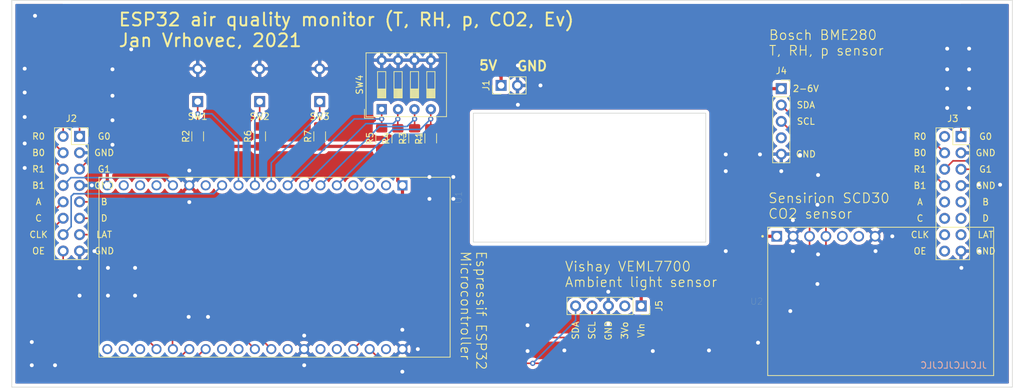
<source format=kicad_pcb>
(kicad_pcb (version 20171130) (host pcbnew 5.1.9)
  (title_block (title "ESP32 air monitor") (date 2020-12-26) (rev 0.1) (comment 1 "Author: Jan Vrhovec"))
  (layers (0 F.Cu signal) (31 B.Cu signal) (34 B.Paste user) (35 F.Paste user) (36 B.SilkS user) (37 F.SilkS user) (38 B.Mask user) (39 F.Mask user) (44 Edge.Cuts user))
  (net 0 "")
  (net 1 GND)
  (net 2 /R1)
  (net 3 /G1)
  (net 4 /B0)
  (net 5 /G0)
  (net 6 /SCL)
  (net 7 /SDA)
  (net 8 +5V)
  (net 9 /OE)
  (net 10 /SCLK)
  (net 11 /LATCH)
  (net 12 /LINE_C)
  (net 13 /LINE_D)
  (net 14 /LINE_A)
  (net 15 /LINE_B)
  (net 16 /MOSI)
  (net 17 +3V3)
  (net 18 /R0)
  (net 19 /DIP_4)
  (net 20 /BUT_1)
  (net 21 /DIP_3)
  (net 22 /DIP_2)
  (net 23 /DIP_1)
  (net 24 /BUT_2)
  (net 25 /BUT_3)
  (module Connector_PinHeader_2.54mm:PinHeader_1x02_P2.54mm_Vertical (layer F.Cu) (at 143.9 85.5 90)
    (fp_text reference J1 (at 0 -2.33 90) (layer F.SilkS))
    (fp_text value Conn_01x02_Male)
    (fp_line (start -1.33 -1.33) (end 0 -1.33) (layer F.SilkS) (width 0.12))
    (fp_line (start -1.33 0) (end -1.33 -1.33) (layer F.SilkS) (width 0.12))
    (fp_line (start -1.33 1.27) (end 1.33 1.27) (layer F.SilkS) (width 0.12))
    (fp_line (start 1.33 1.27) (end 1.33 3.87) (layer F.SilkS) (width 0.12))
    (fp_line (start -1.33 1.27) (end -1.33 3.87) (layer F.SilkS) (width 0.12))
    (fp_line (start -1.33 3.87) (end 1.33 3.87) (layer F.SilkS) (width 0.12))
    (pad 2 thru_hole oval (at 0 2.54 90) (size 1.7 1.7) (drill 1) (layers *.Cu *.Mask) (net 1 GND))
    (pad 1 thru_hole rect (at 0 0 90) (size 1.7 1.7) (drill 1) (layers *.Cu *.Mask) (net 8 +5V))
  )
  (module esp32_air_monitor:Connector_Adafruit_VEML7700 (layer F.Cu) (at 165.6 119.7 270)
    (fp_text reference J5 (at 0 -2.77 90) (layer F.SilkS))
    (fp_text value Connector_Adafruit_VEML7700)
    (fp_line (start -1.33 1.27) (end 1.33 1.27) (layer F.SilkS) (width 0.12))
    (fp_line (start -1.33 1.27) (end -1.33 11.49) (layer F.SilkS) (width 0.12))
    (fp_line (start -1.33 11.49) (end 1.33 11.49) (layer F.SilkS) (width 0.12))
    (fp_line (start 1.33 1.27) (end 1.33 11.49) (layer F.SilkS) (width 0.12))
    (fp_line (start 1.33 -1.33) (end 1.33 0) (layer F.SilkS) (width 0.12))
    (fp_line (start 0 -1.33) (end 1.33 -1.33) (layer F.SilkS) (width 0.12))
    (fp_text user SCL (at 3.81 7.62 90) (layer F.SilkS))
    (fp_text user SDA (at 3.81 10.16 90) (layer F.SilkS))
    (fp_text user GND (at 3.81 5.08 90) (layer F.SilkS))
    (fp_text user 3Vo (at 3.81 2.54 90) (layer F.SilkS))
    (fp_text user Vin (at 3.81 0 90) (layer F.SilkS))
    (pad 5 thru_hole oval (at 0 10.16 270) (size 1.7 1.7) (drill 1) (layers *.Cu *.Mask) (net 7 /SDA))
    (pad 4 thru_hole oval (at 0 7.62 270) (size 1.7 1.7) (drill 1) (layers *.Cu *.Mask) (net 6 /SCL))
    (pad 3 thru_hole oval (at 0 5.08 270) (size 1.7 1.7) (drill 1) (layers *.Cu *.Mask) (net 1 GND))
    (pad 2 thru_hole oval (at 0 2.54 270) (size 1.7 1.7) (drill 1) (layers *.Cu *.Mask))
    (pad 1 thru_hole rect (at 0 0 270) (size 1.7 1.7) (drill 1) (layers *.Cu *.Mask) (net 17 +3V3))
  )
  (module esp32_air_monitor:Connector_LED_matrix_64x32 (layer F.Cu) (at 215.14 93.42)
    (fp_text reference J3 (at -1.27 -2.77) (layer F.SilkS))
    (fp_text value Connector_LED_matrix_64x32)
    (fp_line (start 0 -1.33) (end 1.33 -1.33) (layer F.SilkS) (width 0.12))
    (fp_line (start 1.33 -1.33) (end 1.33 0) (layer F.SilkS) (width 0.12))
    (fp_line (start -1.27 -1.33) (end -1.27 1.27) (layer F.SilkS) (width 0.12))
    (fp_line (start -1.27 1.27) (end 1.33 1.27) (layer F.SilkS) (width 0.12))
    (fp_line (start 1.33 1.27) (end 1.33 19.11) (layer F.SilkS) (width 0.12))
    (fp_line (start -3.87 19.11) (end 1.33 19.11) (layer F.SilkS) (width 0.12))
    (fp_line (start -3.87 -1.33) (end -3.87 19.11) (layer F.SilkS) (width 0.12))
    (fp_line (start -3.87 -1.33) (end -1.27 -1.33) (layer F.SilkS) (width 0.12))
    (fp_text user G0 (at 3.81 0) (layer F.SilkS))
    (fp_text user GND (at 3.81 2.54) (layer F.SilkS))
    (fp_text user G1 (at 3.81 5.08) (layer F.SilkS))
    (fp_text user GND (at 3.81 7.62) (layer F.SilkS))
    (fp_text user B (at 3.81 10.16) (layer F.SilkS))
    (fp_text user D (at 3.81 12.7) (layer F.SilkS))
    (fp_text user LAT (at 3.81 15.24) (layer F.SilkS))
    (fp_text user GND (at 3.81 17.78) (layer F.SilkS))
    (fp_text user OE (at -6.35 17.78) (layer F.SilkS))
    (fp_text user CLK (at -6.35 15.24) (layer F.SilkS))
    (fp_text user C (at -6.35 12.7) (layer F.SilkS))
    (fp_text user A (at -6.35 10.16) (layer F.SilkS))
    (fp_text user B1 (at -6.35 7.62) (layer F.SilkS))
    (fp_text user R1 (at -6.35 5.08) (layer F.SilkS))
    (fp_text user B0 (at -6.35 2.54) (layer F.SilkS))
    (fp_text user R0 (at -6.35 0) (layer F.SilkS))
    (pad 16 thru_hole oval (at -2.54 17.78) (size 1.7 1.7) (drill 1) (layers *.Cu *.Mask))
    (pad 15 thru_hole oval (at 0 17.78) (size 1.7 1.7) (drill 1) (layers *.Cu *.Mask) (net 1 GND))
    (pad 14 thru_hole oval (at -2.54 15.24) (size 1.7 1.7) (drill 1) (layers *.Cu *.Mask))
    (pad 13 thru_hole oval (at 0 15.24) (size 1.7 1.7) (drill 1) (layers *.Cu *.Mask))
    (pad 12 thru_hole oval (at -2.54 12.7) (size 1.7 1.7) (drill 1) (layers *.Cu *.Mask))
    (pad 11 thru_hole oval (at 0 12.7) (size 1.7 1.7) (drill 1) (layers *.Cu *.Mask))
    (pad 10 thru_hole oval (at -2.54 10.16) (size 1.7 1.7) (drill 1) (layers *.Cu *.Mask))
    (pad 9 thru_hole oval (at 0 10.16) (size 1.7 1.7) (drill 1) (layers *.Cu *.Mask))
    (pad 8 thru_hole oval (at -2.54 7.62) (size 1.7 1.7) (drill 1) (layers *.Cu *.Mask) (net 3 /G1))
    (pad 7 thru_hole oval (at 0 7.62) (size 1.7 1.7) (drill 1) (layers *.Cu *.Mask) (net 1 GND))
    (pad 6 thru_hole oval (at -2.54 5.08) (size 1.7 1.7) (drill 1) (layers *.Cu *.Mask) (net 4 /B0))
    (pad 5 thru_hole oval (at 0 5.08) (size 1.7 1.7) (drill 1) (layers *.Cu *.Mask) (net 2 /R1))
    (pad 4 thru_hole oval (at -2.54 2.54) (size 1.7 1.7) (drill 1) (layers *.Cu *.Mask) (net 5 /G0))
    (pad 3 thru_hole oval (at 0 2.54) (size 1.7 1.7) (drill 1) (layers *.Cu *.Mask) (net 1 GND))
    (pad 2 thru_hole oval (at -2.54 0) (size 1.7 1.7) (drill 1) (layers *.Cu *.Mask))
    (pad 1 thru_hole rect (at 0 0) (size 1.7 1.7) (drill 1) (layers *.Cu *.Mask) (net 18 /R0))
  )
  (module esp32_air_monitor:Connector_LED_matrix_64x32 (layer F.Cu) (at 78.6 93.4)
    (fp_text reference J2 (at -1.27 -2.77) (layer F.SilkS))
    (fp_text value Connector_LED_matrix_64x32)
    (fp_line (start 0 -1.33) (end 1.33 -1.33) (layer F.SilkS) (width 0.12))
    (fp_line (start 1.33 -1.33) (end 1.33 0) (layer F.SilkS) (width 0.12))
    (fp_line (start -1.27 -1.33) (end -1.27 1.27) (layer F.SilkS) (width 0.12))
    (fp_line (start -1.27 1.27) (end 1.33 1.27) (layer F.SilkS) (width 0.12))
    (fp_line (start 1.33 1.27) (end 1.33 19.11) (layer F.SilkS) (width 0.12))
    (fp_line (start -3.87 19.11) (end 1.33 19.11) (layer F.SilkS) (width 0.12))
    (fp_line (start -3.87 -1.33) (end -3.87 19.11) (layer F.SilkS) (width 0.12))
    (fp_line (start -3.87 -1.33) (end -1.27 -1.33) (layer F.SilkS) (width 0.12))
    (fp_text user G0 (at 3.81 0) (layer F.SilkS))
    (fp_text user GND (at 3.81 2.54) (layer F.SilkS))
    (fp_text user G1 (at 3.81 5.08) (layer F.SilkS))
    (fp_text user GND (at 3.81 7.62) (layer F.SilkS))
    (fp_text user B (at 3.81 10.16) (layer F.SilkS))
    (fp_text user D (at 3.81 12.7) (layer F.SilkS))
    (fp_text user LAT (at 3.81 15.24) (layer F.SilkS))
    (fp_text user GND (at 3.81 17.78) (layer F.SilkS))
    (fp_text user OE (at -6.35 17.78) (layer F.SilkS))
    (fp_text user CLK (at -6.35 15.24) (layer F.SilkS))
    (fp_text user C (at -6.35 12.7) (layer F.SilkS))
    (fp_text user A (at -6.35 10.16) (layer F.SilkS))
    (fp_text user B1 (at -6.35 7.62) (layer F.SilkS))
    (fp_text user R1 (at -6.35 5.08) (layer F.SilkS))
    (fp_text user B0 (at -6.35 2.54) (layer F.SilkS))
    (fp_text user R0 (at -6.35 0) (layer F.SilkS))
    (pad 16 thru_hole oval (at -2.54 17.78) (size 1.7 1.7) (drill 1) (layers *.Cu *.Mask) (net 9 /OE))
    (pad 15 thru_hole oval (at 0 17.78) (size 1.7 1.7) (drill 1) (layers *.Cu *.Mask) (net 1 GND))
    (pad 14 thru_hole oval (at -2.54 15.24) (size 1.7 1.7) (drill 1) (layers *.Cu *.Mask) (net 10 /SCLK))
    (pad 13 thru_hole oval (at 0 15.24) (size 1.7 1.7) (drill 1) (layers *.Cu *.Mask) (net 11 /LATCH))
    (pad 12 thru_hole oval (at -2.54 12.7) (size 1.7 1.7) (drill 1) (layers *.Cu *.Mask) (net 12 /LINE_C))
    (pad 11 thru_hole oval (at 0 12.7) (size 1.7 1.7) (drill 1) (layers *.Cu *.Mask) (net 13 /LINE_D))
    (pad 10 thru_hole oval (at -2.54 10.16) (size 1.7 1.7) (drill 1) (layers *.Cu *.Mask) (net 14 /LINE_A))
    (pad 9 thru_hole oval (at 0 10.16) (size 1.7 1.7) (drill 1) (layers *.Cu *.Mask) (net 15 /LINE_B))
    (pad 8 thru_hole oval (at -2.54 7.62) (size 1.7 1.7) (drill 1) (layers *.Cu *.Mask) (net 16 /MOSI))
    (pad 7 thru_hole oval (at 0 7.62) (size 1.7 1.7) (drill 1) (layers *.Cu *.Mask) (net 1 GND))
    (pad 6 thru_hole oval (at -2.54 5.08) (size 1.7 1.7) (drill 1) (layers *.Cu *.Mask) (net 2 /R1))
    (pad 5 thru_hole oval (at 0 5.08) (size 1.7 1.7) (drill 1) (layers *.Cu *.Mask) (net 3 /G1))
    (pad 4 thru_hole oval (at -2.54 2.54) (size 1.7 1.7) (drill 1) (layers *.Cu *.Mask) (net 4 /B0))
    (pad 3 thru_hole oval (at 0 2.54) (size 1.7 1.7) (drill 1) (layers *.Cu *.Mask) (net 1 GND))
    (pad 2 thru_hole oval (at -2.54 0) (size 1.7 1.7) (drill 1) (layers *.Cu *.Mask) (net 18 /R0))
    (pad 1 thru_hole rect (at 0 0) (size 1.7 1.7) (drill 1) (layers *.Cu *.Mask) (net 5 /G0))
  )
  (module esp32_air_monitor:MODULE_SCD30 (layer F.Cu) (at 202.7 119)
    (fp_text reference U2 (at -19.2 0) (layer F.SilkS) (effects (font (thickness 0.015))))
    (fp_text value SCD30)
    (fp_line (start -17.5 -11.5) (end 17.5 -11.5) (layer F.SilkS) (width 0.127))
    (fp_line (start 17.5 -11.5) (end 17.5 11.5) (layer F.SilkS) (width 0.127))
    (fp_line (start -17.5 11.5) (end -17.5 -11.5) (layer F.SilkS) (width 0.127))
    (fp_line (start 17.5 11.5) (end -17.5 11.5) (layer F.SilkS) (width 0.127))
    (fp_circle (center -18.3 -10.1) (end -18.2 -10.1) (layer F.SilkS) (width 0.2))
    (pad 1 thru_hole rect (at -16.1 -10.1) (size 1.65 1.65) (drill 1.1) (layers *.Cu *.Mask) (net 17 +3V3))
    (pad 2 thru_hole circle (at -13.56 -10.1) (size 1.65 1.65) (drill 1.1) (layers *.Cu *.Mask) (net 1 GND))
    (pad 3 thru_hole circle (at -11.02 -10.1) (size 1.65 1.65) (drill 1.1) (layers *.Cu *.Mask) (net 6 /SCL))
    (pad 4 thru_hole circle (at -8.48 -10.1) (size 1.65 1.65) (drill 1.1) (layers *.Cu *.Mask) (net 7 /SDA))
    (pad 5 thru_hole circle (at -5.94 -10.1) (size 1.65 1.65) (drill 1.1) (layers *.Cu *.Mask))
    (pad 6 thru_hole circle (at -3.4 -10.1) (size 1.65 1.65) (drill 1.1) (layers *.Cu *.Mask))
    (pad 7 thru_hole circle (at -0.86 -10.1) (size 1.65 1.65) (drill 1.1) (layers *.Cu *.Mask) (net 1 GND))
  )
  (module esp32_air_monitor:Connector_Pimoroni_BME280 (layer F.Cu) (at 187.3 86)
    (fp_text reference J4 (at 0 -2.77) (layer F.SilkS))
    (fp_text value Connector_Pimoroni_BME280)
    (fp_line (start -1.33 1.27) (end 1.33 1.27) (layer F.SilkS) (width 0.12))
    (fp_line (start -1.33 1.27) (end -1.33 11.49) (layer F.SilkS) (width 0.12))
    (fp_line (start -1.33 11.49) (end 1.33 11.49) (layer F.SilkS) (width 0.12))
    (fp_line (start 1.33 1.27) (end 1.33 11.49) (layer F.SilkS) (width 0.12))
    (fp_line (start 1.33 -1.33) (end 1.33 0) (layer F.SilkS) (width 0.12))
    (fp_line (start 0 -1.33) (end 1.33 -1.33) (layer F.SilkS) (width 0.12))
    (fp_text user GND (at 3.81 10.16) (layer F.SilkS))
    (fp_text user SCL (at 3.81 5.08) (layer F.SilkS))
    (fp_text user SDA (at 3.81 2.54) (layer F.SilkS))
    (fp_text user 2-6V (at 3.81 0) (layer F.SilkS))
    (pad 5 thru_hole oval (at 0 10.16) (size 1.7 1.7) (drill 1) (layers *.Cu *.Mask) (net 1 GND))
    (pad 4 thru_hole oval (at 0 7.62) (size 1.7 1.7) (drill 1) (layers *.Cu *.Mask))
    (pad 3 thru_hole oval (at 0 5.08) (size 1.7 1.7) (drill 1) (layers *.Cu *.Mask) (net 6 /SCL))
    (pad 2 thru_hole oval (at 0 2.54) (size 1.7 1.7) (drill 1) (layers *.Cu *.Mask) (net 7 /SDA))
    (pad 1 thru_hole rect (at 0 0) (size 1.7 1.7) (drill 1) (layers *.Cu *.Mask) (net 17 +3V3))
  )
  (module esp32_air_monitor:MODULE_ESP32-DEVKITC-32D (layer F.Cu) (at 108.86 113.7 270)
    (fp_text reference U1 (at -10.829175 -28.446045 90) (layer F.SilkS) (effects (font (size 1.000386 1.000386) (thickness 0.015))))
    (fp_text value ESP32-DEVKITC-32D)
    (fp_line (start -13.95 27.25) (end -13.95 -27.15) (layer F.SilkS) (width 0.127))
    (fp_line (start -13.95 -27.15) (end 13.95 -27.15) (layer F.SilkS) (width 0.127))
    (fp_line (start 13.95 -27.15) (end 13.95 27.25) (layer F.SilkS) (width 0.127))
    (fp_line (start 13.95 27.25) (end -13.95 27.25) (layer F.SilkS) (width 0.127))
    (pad 1 thru_hole rect (at -12.7 -19.76 270) (size 1.56 1.56) (drill 1.04) (layers *.Cu *.Mask) (net 17 +3V3))
    (pad 2 thru_hole circle (at -12.7 -17.22 270) (size 1.56 1.56) (drill 1.04) (layers *.Cu *.Mask))
    (pad 19 thru_hole circle (at -12.7 25.96 270) (size 1.56 1.56) (drill 1.04) (layers *.Cu *.Mask) (net 8 +5V))
    (pad 3 thru_hole circle (at -12.7 -14.68 270) (size 1.56 1.56) (drill 1.04) (layers *.Cu *.Mask))
    (pad 4 thru_hole circle (at -12.7 -12.14 270) (size 1.56 1.56) (drill 1.04) (layers *.Cu *.Mask))
    (pad 5 thru_hole circle (at -12.7 -9.6 270) (size 1.56 1.56) (drill 1.04) (layers *.Cu *.Mask) (net 19 /DIP_4))
    (pad 6 thru_hole circle (at -12.7 -7.06 270) (size 1.56 1.56) (drill 1.04) (layers *.Cu *.Mask) (net 21 /DIP_3))
    (pad 7 thru_hole circle (at -12.7 -4.52 270) (size 1.56 1.56) (drill 1.04) (layers *.Cu *.Mask) (net 22 /DIP_2))
    (pad 8 thru_hole circle (at -12.7 -1.98 270) (size 1.56 1.56) (drill 1.04) (layers *.Cu *.Mask) (net 23 /DIP_1))
    (pad 9 thru_hole circle (at -12.7 0.56 270) (size 1.56 1.56) (drill 1.04) (layers *.Cu *.Mask) (net 25 /BUT_3))
    (pad 10 thru_hole circle (at -12.7 3.1 270) (size 1.56 1.56) (drill 1.04) (layers *.Cu *.Mask) (net 24 /BUT_2))
    (pad 11 thru_hole circle (at -12.7 5.64 270) (size 1.56 1.56) (drill 1.04) (layers *.Cu *.Mask) (net 20 /BUT_1))
    (pad 12 thru_hole circle (at -12.7 8.18 270) (size 1.56 1.56) (drill 1.04) (layers *.Cu *.Mask) (net 10 /SCLK))
    (pad 13 thru_hole circle (at -12.7 10.72 270) (size 1.56 1.56) (drill 1.04) (layers *.Cu *.Mask))
    (pad 14 thru_hole circle (at -12.7 13.26 270) (size 1.56 1.56) (drill 1.04) (layers *.Cu *.Mask) (net 1 GND))
    (pad 15 thru_hole circle (at -12.7 15.8 270) (size 1.56 1.56) (drill 1.04) (layers *.Cu *.Mask) (net 16 /MOSI))
    (pad 16 thru_hole circle (at -12.7 18.34 270) (size 1.56 1.56) (drill 1.04) (layers *.Cu *.Mask))
    (pad 17 thru_hole circle (at -12.7 20.88 270) (size 1.56 1.56) (drill 1.04) (layers *.Cu *.Mask))
    (pad 18 thru_hole circle (at -12.7 23.42 270) (size 1.56 1.56) (drill 1.04) (layers *.Cu *.Mask))
    (pad 20 thru_hole circle (at 12.7 -19.76 270) (size 1.56 1.56) (drill 1.04) (layers *.Cu *.Mask) (net 1 GND))
    (pad 21 thru_hole circle (at 12.7 -17.22 270) (size 1.56 1.56) (drill 1.04) (layers *.Cu *.Mask))
    (pad 22 thru_hole circle (at 12.7 -14.68 270) (size 1.56 1.56) (drill 1.04) (layers *.Cu *.Mask) (net 7 /SDA))
    (pad 23 thru_hole circle (at 12.7 -12.14 270) (size 1.56 1.56) (drill 1.04) (layers *.Cu *.Mask) (net 6 /SCL))
    (pad 24 thru_hole circle (at 12.7 -9.6 270) (size 1.56 1.56) (drill 1.04) (layers *.Cu *.Mask))
    (pad 25 thru_hole circle (at 12.7 -7.06 270) (size 1.56 1.56) (drill 1.04) (layers *.Cu *.Mask))
    (pad 26 thru_hole circle (at 12.7 -4.52 270) (size 1.56 1.56) (drill 1.04) (layers *.Cu *.Mask) (net 1 GND))
    (pad 27 thru_hole circle (at 12.7 -1.98 270) (size 1.56 1.56) (drill 1.04) (layers *.Cu *.Mask))
    (pad 28 thru_hole circle (at 12.7 0.56 270) (size 1.56 1.56) (drill 1.04) (layers *.Cu *.Mask) (net 15 /LINE_B))
    (pad 29 thru_hole circle (at 12.7 3.1 270) (size 1.56 1.56) (drill 1.04) (layers *.Cu *.Mask) (net 13 /LINE_D))
    (pad 30 thru_hole circle (at 12.7 5.64 270) (size 1.56 1.56) (drill 1.04) (layers *.Cu *.Mask))
    (pad 31 thru_hole circle (at 12.7 8.18 270) (size 1.56 1.56) (drill 1.04) (layers *.Cu *.Mask))
    (pad 32 thru_hole circle (at 12.7 10.72 270) (size 1.56 1.56) (drill 1.04) (layers *.Cu *.Mask) (net 14 /LINE_A))
    (pad 33 thru_hole circle (at 12.7 13.26 270) (size 1.56 1.56) (drill 1.04) (layers *.Cu *.Mask) (net 12 /LINE_C))
    (pad 34 thru_hole circle (at 12.7 15.8 270) (size 1.56 1.56) (drill 1.04) (layers *.Cu *.Mask) (net 11 /LATCH))
    (pad 35 thru_hole circle (at 12.7 18.34 270) (size 1.56 1.56) (drill 1.04) (layers *.Cu *.Mask) (net 9 /OE))
    (pad 36 thru_hole circle (at 12.7 20.88 270) (size 1.56 1.56) (drill 1.04) (layers *.Cu *.Mask))
    (pad 37 thru_hole circle (at 12.7 23.42 270) (size 1.56 1.56) (drill 1.04) (layers *.Cu *.Mask))
    (pad 38 thru_hole circle (at 12.7 25.96 270) (size 1.56 1.56) (drill 1.04) (layers *.Cu *.Mask))
  )
  (module Resistor_SMD:R_1206_3216Metric_Pad1.30x1.75mm_HandSolder (layer F.Cu) (at 133 93.7 90)
    (fp_text reference R1 (at 0 -1.82 90) (layer F.SilkS))
    (fp_text value 10k)
    (fp_line (start -0.727064 0.91) (end 0.727064 0.91) (layer F.SilkS) (width 0.12))
    (fp_line (start -0.727064 -0.91) (end 0.727064 -0.91) (layer F.SilkS) (width 0.12))
    (pad 2 smd roundrect (at 1.55 0 90) (size 1.3 1.75) (layers F.Cu F.Paste F.Mask) (roundrect_rratio 0.192308) (net 19 /DIP_4))
    (pad 1 smd roundrect (at -1.55 0 90) (size 1.3 1.75) (layers F.Cu F.Paste F.Mask) (roundrect_rratio 0.192308) (net 17 +3V3))
  )
  (module Resistor_SMD:R_1206_3216Metric_Pad1.30x1.75mm_HandSolder (layer F.Cu) (at 130.5 93.7 90)
    (fp_text reference R3 (at 0 -1.82 90) (layer F.SilkS))
    (fp_text value 10k)
    (fp_line (start -0.727064 0.91) (end 0.727064 0.91) (layer F.SilkS) (width 0.12))
    (fp_line (start -0.727064 -0.91) (end 0.727064 -0.91) (layer F.SilkS) (width 0.12))
    (pad 2 smd roundrect (at 1.55 0 90) (size 1.3 1.75) (layers F.Cu F.Paste F.Mask) (roundrect_rratio 0.192308) (net 21 /DIP_3))
    (pad 1 smd roundrect (at -1.55 0 90) (size 1.3 1.75) (layers F.Cu F.Paste F.Mask) (roundrect_rratio 0.192308) (net 17 +3V3))
  )
  (module Resistor_SMD:R_1206_3216Metric_Pad1.30x1.75mm_HandSolder (layer F.Cu) (at 127.9 93.7 90)
    (fp_text reference R4 (at 0 -1.82 90) (layer F.SilkS))
    (fp_text value 10k)
    (fp_line (start -0.727064 0.91) (end 0.727064 0.91) (layer F.SilkS) (width 0.12))
    (fp_line (start -0.727064 -0.91) (end 0.727064 -0.91) (layer F.SilkS) (width 0.12))
    (pad 2 smd roundrect (at 1.55 0 90) (size 1.3 1.75) (layers F.Cu F.Paste F.Mask) (roundrect_rratio 0.192308) (net 22 /DIP_2))
    (pad 1 smd roundrect (at -1.55 0 90) (size 1.3 1.75) (layers F.Cu F.Paste F.Mask) (roundrect_rratio 0.192308) (net 17 +3V3))
  )
  (module Resistor_SMD:R_1206_3216Metric_Pad1.30x1.75mm_HandSolder (layer F.Cu) (at 125.4 93.7 90)
    (fp_text reference R5 (at 0 -1.82 90) (layer F.SilkS))
    (fp_text value 10k)
    (fp_line (start -0.727064 0.91) (end 0.727064 0.91) (layer F.SilkS) (width 0.12))
    (fp_line (start -0.727064 -0.91) (end 0.727064 -0.91) (layer F.SilkS) (width 0.12))
    (pad 2 smd roundrect (at 1.55 0 90) (size 1.3 1.75) (layers F.Cu F.Paste F.Mask) (roundrect_rratio 0.192308) (net 23 /DIP_1))
    (pad 1 smd roundrect (at -1.55 0 90) (size 1.3 1.75) (layers F.Cu F.Paste F.Mask) (roundrect_rratio 0.192308) (net 17 +3V3))
  )
  (module Resistor_SMD:R_1206_3216Metric_Pad1.30x1.75mm_HandSolder (layer F.Cu) (at 106.5 93.4 90)
    (fp_text reference R6 (at 0 -1.82 90) (layer F.SilkS))
    (fp_text value 10k)
    (fp_line (start -0.727064 0.91) (end 0.727064 0.91) (layer F.SilkS) (width 0.12))
    (fp_line (start -0.727064 -0.91) (end 0.727064 -0.91) (layer F.SilkS) (width 0.12))
    (pad 2 smd roundrect (at 1.55 0 90) (size 1.3 1.75) (layers F.Cu F.Paste F.Mask) (roundrect_rratio 0.192308) (net 24 /BUT_2))
    (pad 1 smd roundrect (at -1.55 0 90) (size 1.3 1.75) (layers F.Cu F.Paste F.Mask) (roundrect_rratio 0.192308) (net 17 +3V3))
  )
  (module Resistor_SMD:R_1206_3216Metric_Pad1.30x1.75mm_HandSolder (layer F.Cu) (at 115.8 93.4 90)
    (fp_text reference R7 (at 0 -1.82 90) (layer F.SilkS))
    (fp_text value 10k)
    (fp_line (start -0.727064 0.91) (end 0.727064 0.91) (layer F.SilkS) (width 0.12))
    (fp_line (start -0.727064 -0.91) (end 0.727064 -0.91) (layer F.SilkS) (width 0.12))
    (pad 2 smd roundrect (at 1.55 0 90) (size 1.3 1.75) (layers F.Cu F.Paste F.Mask) (roundrect_rratio 0.192308) (net 25 /BUT_3))
    (pad 1 smd roundrect (at -1.55 0 90) (size 1.3 1.75) (layers F.Cu F.Paste F.Mask) (roundrect_rratio 0.192308) (net 17 +3V3))
  )
  (module qc_attiny:Push_Button_6x6mm (layer F.Cu) (at 106.5 88 180)
    (fp_text reference SW2 (at 0 -2.33 180) (layer F.SilkS))
    (fp_text value SW_Push)
    (pad 2 thru_hole oval (at 0 5.08 180) (size 1.7 1.7) (drill 1) (layers *.Cu *.Mask) (net 1 GND))
    (pad 1 thru_hole rect (at 0 0 180) (size 1.7 1.7) (drill 1) (layers *.Cu *.Mask) (net 24 /BUT_2))
  )
  (module qc_attiny:Push_Button_6x6mm (layer F.Cu) (at 115.8 88 180)
    (fp_text reference SW3 (at 0 -2.33 180) (layer F.SilkS))
    (fp_text value SW_Push)
    (pad 2 thru_hole oval (at 0 5.08 180) (size 1.7 1.7) (drill 1) (layers *.Cu *.Mask) (net 1 GND))
    (pad 1 thru_hole rect (at 0 0 180) (size 1.7 1.7) (drill 1) (layers *.Cu *.Mask) (net 25 /BUT_3))
  )
  (module Button_Switch_THT:SW_DIP_SPSTx04_Slide_9.78x12.34mm_W7.62mm_P2.54mm (layer F.Cu) (at 125.4 89.2 90)
    (fp_text reference SW4 (at 3.81 -3.42 90) (layer F.SilkS))
    (fp_text value SW_DIP_x04)
    (fp_line (start 3.133333 6.985) (end 3.133333 8.255) (layer F.SilkS) (width 0.12))
    (fp_line (start 1.78 8.185) (end 3.133333 8.185) (layer F.SilkS) (width 0.12))
    (fp_line (start 1.78 8.065) (end 3.133333 8.065) (layer F.SilkS) (width 0.12))
    (fp_line (start 1.78 7.945) (end 3.133333 7.945) (layer F.SilkS) (width 0.12))
    (fp_line (start 1.78 7.825) (end 3.133333 7.825) (layer F.SilkS) (width 0.12))
    (fp_line (start 1.78 7.705) (end 3.133333 7.705) (layer F.SilkS) (width 0.12))
    (fp_line (start 1.78 7.585) (end 3.133333 7.585) (layer F.SilkS) (width 0.12))
    (fp_line (start 1.78 7.465) (end 3.133333 7.465) (layer F.SilkS) (width 0.12))
    (fp_line (start 1.78 7.345) (end 3.133333 7.345) (layer F.SilkS) (width 0.12))
    (fp_line (start 1.78 7.225) (end 3.133333 7.225) (layer F.SilkS) (width 0.12))
    (fp_line (start 1.78 7.105) (end 3.133333 7.105) (layer F.SilkS) (width 0.12))
    (fp_line (start 5.84 6.985) (end 1.78 6.985) (layer F.SilkS) (width 0.12))
    (fp_line (start 5.84 8.255) (end 5.84 6.985) (layer F.SilkS) (width 0.12))
    (fp_line (start 1.78 8.255) (end 5.84 8.255) (layer F.SilkS) (width 0.12))
    (fp_line (start 1.78 6.985) (end 1.78 8.255) (layer F.SilkS) (width 0.12))
    (fp_line (start 3.133333 4.445) (end 3.133333 5.715) (layer F.SilkS) (width 0.12))
    (fp_line (start 1.78 5.645) (end 3.133333 5.645) (layer F.SilkS) (width 0.12))
    (fp_line (start 1.78 5.525) (end 3.133333 5.525) (layer F.SilkS) (width 0.12))
    (fp_line (start 1.78 5.405) (end 3.133333 5.405) (layer F.SilkS) (width 0.12))
    (fp_line (start 1.78 5.285) (end 3.133333 5.285) (layer F.SilkS) (width 0.12))
    (fp_line (start 1.78 5.165) (end 3.133333 5.165) (layer F.SilkS) (width 0.12))
    (fp_line (start 1.78 5.045) (end 3.133333 5.045) (layer F.SilkS) (width 0.12))
    (fp_line (start 1.78 4.925) (end 3.133333 4.925) (layer F.SilkS) (width 0.12))
    (fp_line (start 1.78 4.805) (end 3.133333 4.805) (layer F.SilkS) (width 0.12))
    (fp_line (start 1.78 4.685) (end 3.133333 4.685) (layer F.SilkS) (width 0.12))
    (fp_line (start 1.78 4.565) (end 3.133333 4.565) (layer F.SilkS) (width 0.12))
    (fp_line (start 5.84 4.445) (end 1.78 4.445) (layer F.SilkS) (width 0.12))
    (fp_line (start 5.84 5.715) (end 5.84 4.445) (layer F.SilkS) (width 0.12))
    (fp_line (start 1.78 5.715) (end 5.84 5.715) (layer F.SilkS) (width 0.12))
    (fp_line (start 1.78 4.445) (end 1.78 5.715) (layer F.SilkS) (width 0.12))
    (fp_line (start 3.133333 1.905) (end 3.133333 3.175) (layer F.SilkS) (width 0.12))
    (fp_line (start 1.78 3.105) (end 3.133333 3.105) (layer F.SilkS) (width 0.12))
    (fp_line (start 1.78 2.985) (end 3.133333 2.985) (layer F.SilkS) (width 0.12))
    (fp_line (start 1.78 2.865) (end 3.133333 2.865) (layer F.SilkS) (width 0.12))
    (fp_line (start 1.78 2.745) (end 3.133333 2.745) (layer F.SilkS) (width 0.12))
    (fp_line (start 1.78 2.625) (end 3.133333 2.625) (layer F.SilkS) (width 0.12))
    (fp_line (start 1.78 2.505) (end 3.133333 2.505) (layer F.SilkS) (width 0.12))
    (fp_line (start 1.78 2.385) (end 3.133333 2.385) (layer F.SilkS) (width 0.12))
    (fp_line (start 1.78 2.265) (end 3.133333 2.265) (layer F.SilkS) (width 0.12))
    (fp_line (start 1.78 2.145) (end 3.133333 2.145) (layer F.SilkS) (width 0.12))
    (fp_line (start 1.78 2.025) (end 3.133333 2.025) (layer F.SilkS) (width 0.12))
    (fp_line (start 5.84 1.905) (end 1.78 1.905) (layer F.SilkS) (width 0.12))
    (fp_line (start 5.84 3.175) (end 5.84 1.905) (layer F.SilkS) (width 0.12))
    (fp_line (start 1.78 3.175) (end 5.84 3.175) (layer F.SilkS) (width 0.12))
    (fp_line (start 1.78 1.905) (end 1.78 3.175) (layer F.SilkS) (width 0.12))
    (fp_line (start 3.133333 -0.635) (end 3.133333 0.635) (layer F.SilkS) (width 0.12))
    (fp_line (start 1.78 0.565) (end 3.133333 0.565) (layer F.SilkS) (width 0.12))
    (fp_line (start 1.78 0.445) (end 3.133333 0.445) (layer F.SilkS) (width 0.12))
    (fp_line (start 1.78 0.325) (end 3.133333 0.325) (layer F.SilkS) (width 0.12))
    (fp_line (start 1.78 0.205) (end 3.133333 0.205) (layer F.SilkS) (width 0.12))
    (fp_line (start 1.78 0.085) (end 3.133333 0.085) (layer F.SilkS) (width 0.12))
    (fp_line (start 1.78 -0.035) (end 3.133333 -0.035) (layer F.SilkS) (width 0.12))
    (fp_line (start 1.78 -0.155) (end 3.133333 -0.155) (layer F.SilkS) (width 0.12))
    (fp_line (start 1.78 -0.275) (end 3.133333 -0.275) (layer F.SilkS) (width 0.12))
    (fp_line (start 1.78 -0.395) (end 3.133333 -0.395) (layer F.SilkS) (width 0.12))
    (fp_line (start 1.78 -0.515) (end 3.133333 -0.515) (layer F.SilkS) (width 0.12))
    (fp_line (start 5.84 -0.635) (end 1.78 -0.635) (layer F.SilkS) (width 0.12))
    (fp_line (start 5.84 0.635) (end 5.84 -0.635) (layer F.SilkS) (width 0.12))
    (fp_line (start 1.78 0.635) (end 5.84 0.635) (layer F.SilkS) (width 0.12))
    (fp_line (start 1.78 -0.635) (end 1.78 0.635) (layer F.SilkS) (width 0.12))
    (fp_line (start -1.38 -2.66) (end -1.38 -1.277) (layer F.SilkS) (width 0.12))
    (fp_line (start -1.38 -2.66) (end 0.004 -2.66) (layer F.SilkS) (width 0.12))
    (fp_line (start 8.76 -2.42) (end 8.76 10.04) (layer F.SilkS) (width 0.12))
    (fp_line (start -1.14 -2.42) (end -1.14 10.04) (layer F.SilkS) (width 0.12))
    (fp_line (start -1.14 10.04) (end 8.76 10.04) (layer F.SilkS) (width 0.12))
    (fp_line (start -1.14 -2.42) (end 8.76 -2.42) (layer F.SilkS) (width 0.12))
    (pad 8 thru_hole oval (at 7.62 0 90) (size 1.6 1.6) (drill 0.8) (layers *.Cu *.Mask) (net 1 GND))
    (pad 4 thru_hole oval (at 0 7.62 90) (size 1.6 1.6) (drill 0.8) (layers *.Cu *.Mask) (net 19 /DIP_4))
    (pad 7 thru_hole oval (at 7.62 2.54 90) (size 1.6 1.6) (drill 0.8) (layers *.Cu *.Mask) (net 1 GND))
    (pad 3 thru_hole oval (at 0 5.08 90) (size 1.6 1.6) (drill 0.8) (layers *.Cu *.Mask) (net 21 /DIP_3))
    (pad 6 thru_hole oval (at 7.62 5.08 90) (size 1.6 1.6) (drill 0.8) (layers *.Cu *.Mask) (net 1 GND))
    (pad 2 thru_hole oval (at 0 2.54 90) (size 1.6 1.6) (drill 0.8) (layers *.Cu *.Mask) (net 22 /DIP_2))
    (pad 5 thru_hole oval (at 7.62 7.62 90) (size 1.6 1.6) (drill 0.8) (layers *.Cu *.Mask) (net 1 GND))
    (pad 1 thru_hole rect (at 0 0 90) (size 1.6 1.6) (drill 0.8) (layers *.Cu *.Mask) (net 23 /DIP_1))
  )
  (module Resistor_SMD:R_1206_3216Metric_Pad1.30x1.75mm_HandSolder (layer F.Cu) (at 96.9 93.4 90)
    (fp_text reference R2 (at 0 -1.82 90) (layer F.SilkS))
    (fp_text value 10k)
    (fp_line (start -0.727064 0.91) (end 0.727064 0.91) (layer F.SilkS) (width 0.12))
    (fp_line (start -0.727064 -0.91) (end 0.727064 -0.91) (layer F.SilkS) (width 0.12))
    (pad 2 smd roundrect (at 1.55 0 90) (size 1.3 1.75) (layers F.Cu F.Paste F.Mask) (roundrect_rratio 0.192308) (net 20 /BUT_1))
    (pad 1 smd roundrect (at -1.55 0 90) (size 1.3 1.75) (layers F.Cu F.Paste F.Mask) (roundrect_rratio 0.192308) (net 17 +3V3))
  )
  (module qc_attiny:Push_Button_6x6mm (layer F.Cu) (at 96.9 88 180)
    (fp_text reference SW1 (at 0 -2.33) (layer F.SilkS))
    (fp_text value SW_Push)
    (pad 2 thru_hole oval (at 0 5.08 180) (size 1.7 1.7) (drill 1) (layers *.Cu *.Mask) (net 1 GND))
    (pad 1 thru_hole rect (at 0 0 180) (size 1.7 1.7) (drill 1) (layers *.Cu *.Mask) (net 20 /BUT_1))
  )
  (gr_text "Espressif ESP32\nMicrocontroller" (at 139.6 111.1 270) (layer F.SilkS) (effects (font (size 1.5 1.5)) (justify left)))
  (gr_text "Sensirion SCD30\nCO2 sensor" (at 185.2 104.2) (layer F.SilkS) (effects (font (size 1.5 1.5)) (justify left)))
  (gr_text "Bosch BME280\nT, RH, p sensor" (at 185.3 78.9) (layer F.SilkS) (effects (font (size 1.5 1.5)) (justify left)))
  (gr_text "Vishay VEML7700\nAmbient light sensor" (at 153.7 114.8) (layer F.SilkS) (effects (font (size 1.5 1.5)) (justify left)))
  (gr_text "ESP32 air quality monitor (T, RH, p, CO2, Ev)\nJan Vrhovec, 2021" (at 84.5 76.9) (layer F.SilkS) (effects (font (size 2 2) (thickness 0.3)) (justify left)))
  (gr_text JLCJLCJLCJLC (at 214 128.9) (layer B.SilkS) (effects (font (size 1 1)) (justify mirror)))
  (gr_text GND (at 148.7 82.5) (layer F.SilkS) (effects (font (size 1.5 1.5) (thickness 0.3))))
  (gr_text 5V (at 141.9 82.4) (layer F.SilkS) (effects (font (size 1.5 1.5) (thickness 0.3))))
  (gr_poly (pts (xy 139.6 89.8) (xy 175.6 89.8) (xy 175.6 109.8) (xy 139.6 109.8)) (layer Edge.Cuts) (width 0.1))
  (gr_poly (pts (xy 68.1 72.3) (xy 223.1 72.3) (xy 223.1 132.3) (xy 68.1 132.3)) (layer Edge.Cuts) (width 0.1))
  (via (at 215.2 113.8) (size 1.2) (drill 0.6) (layers F.Cu B.Cu) (net 1))
  (via (at 218 111.2) (size 1.2) (drill 0.6) (layers F.Cu B.Cu) (net 1))
  (via (at 201.9 111.2) (size 1.2) (drill 0.6) (layers F.Cu B.Cu) (net 1))
  (via (at 204.5 108.9) (size 1.2) (drill 0.6) (layers F.Cu B.Cu) (net 1))
  (via (at 189.1 111.2) (size 1.2) (drill 0.6) (layers F.Cu B.Cu) (net 1))
  (via (at 189.1 106.4) (size 1.2) (drill 0.6) (layers F.Cu B.Cu) (net 1))
  (via (at 187.3 98.8) (size 1.2) (drill 0.6) (layers F.Cu B.Cu) (net 1))
  (via (at 190.2 96.3) (size 1.2) (drill 0.6) (layers F.Cu B.Cu) (net 1))
  (via (at 213 89) (size 1.2) (drill 0.6) (layers F.Cu B.Cu) (net 1))
  (via (at 213 86) (size 1.2) (drill 0.6) (layers F.Cu B.Cu) (net 1))
  (via (at 213 83) (size 1.2) (drill 0.6) (layers F.Cu B.Cu) (net 1))
  (via (at 213 79.8) (size 1.2) (drill 0.6) (layers F.Cu B.Cu) (net 1))
  (via (at 216.4 89) (size 1.2) (drill 0.6) (layers F.Cu B.Cu) (net 1))
  (via (at 216.4 86) (size 1.2) (drill 0.6) (layers F.Cu B.Cu) (net 1))
  (via (at 216.4 83) (size 1.2) (drill 0.6) (layers F.Cu B.Cu) (net 1))
  (via (at 216.4 79.8) (size 1.2) (drill 0.6) (layers F.Cu B.Cu) (net 1))
  (via (at 217.9 100.9) (size 1.2) (drill 0.6) (layers F.Cu B.Cu) (net 1))
  (via (at 221.2 100.9) (size 1.2) (drill 0.6) (layers F.Cu B.Cu) (net 1))
  (via (at 184 96.2) (size 1.2) (drill 0.6) (layers F.Cu B.Cu) (net 1))
  (via (at 150 85.5) (size 1.2) (drill 0.6) (layers F.Cu B.Cu) (net 1))
  (via (at 146.5 88.5) (size 1.2) (drill 0.6) (layers F.Cu B.Cu) (net 1))
  (via (at 146.5 82.4) (size 1.2) (drill 0.6) (layers F.Cu B.Cu) (net 1))
  (via (at 95.6 98.7) (size 1.2) (drill 0.6) (layers F.Cu B.Cu) (net 1))
  (via (at 95.6 103.6) (size 1.2) (drill 0.6) (layers F.Cu B.Cu) (net 1))
  (via (at 113.4 124.3) (size 1.2) (drill 0.6) (layers F.Cu B.Cu) (net 1))
  (via (at 113.4 128.9) (size 1.2) (drill 0.6) (layers F.Cu B.Cu) (net 1))
  (via (at 131 126.4) (size 1.2) (drill 0.6) (layers F.Cu B.Cu) (net 1))
  (via (at 128.6 123.4) (size 1.2) (drill 0.6) (layers F.Cu B.Cu) (net 1))
  (via (at 128.6 129.9) (size 1.2) (drill 0.6) (layers F.Cu B.Cu) (net 1))
  (via (at 78.6 113.8) (size 1.2) (drill 0.6) (layers F.Cu B.Cu) (net 1))
  (via (at 80.9 111.2) (size 1.2) (drill 0.6) (layers F.Cu B.Cu) (net 1))
  (via (at 80.5 101) (size 1.2) (drill 0.6) (layers F.Cu B.Cu) (net 1))
  (via (at 83.7 90.9) (size 1.2) (drill 0.6) (layers F.Cu B.Cu) (net 1))
  (via (at 83.7 94.7) (size 1.2) (drill 0.6) (layers F.Cu B.Cu) (net 1))
  (via (at 83.7 87.1) (size 1.2) (drill 0.6) (layers F.Cu B.Cu) (net 1))
  (via (at 83.7 83) (size 1.2) (drill 0.6) (layers F.Cu B.Cu) (net 1))
  (via (at 160.5 122.5) (size 1.2) (drill 0.6) (layers F.Cu B.Cu) (net 1))
  (via (at 153.7 126.6) (size 1.2) (drill 0.6) (layers F.Cu B.Cu) (net 1))
  (via (at 148 126.7) (size 1.2) (drill 0.6) (layers F.Cu B.Cu) (net 1))
  (via (at 70.1 98.3) (size 1.2) (drill 0.6) (layers F.Cu B.Cu) (net 1))
  (via (at 70.1 94.5) (size 1.2) (drill 0.6) (layers F.Cu B.Cu) (net 1))
  (via (at 70.1 90.4) (size 1.2) (drill 0.6) (layers F.Cu B.Cu) (net 1))
  (via (at 70.1 86.6) (size 1.2) (drill 0.6) (layers F.Cu B.Cu) (net 1))
  (via (at 70.1 82.9) (size 1.2) (drill 0.6) (layers F.Cu B.Cu) (net 1))
  (via (at 71.2 128.9) (size 1.2) (drill 0.6) (layers F.Cu B.Cu) (net 1))
  (via (at 74.8 128.9) (size 1.2) (drill 0.6) (layers F.Cu B.Cu) (net 1))
  (via (at 71.2 125.3) (size 1.2) (drill 0.6) (layers F.Cu B.Cu) (net 1))
  (via (at 86.6 79.9) (size 1.2) (drill 0.6) (layers F.Cu B.Cu) (net 1))
  (via (at 71.7 74.7) (size 1.2) (drill 0.6) (layers F.Cu B.Cu) (net 1))
  (via (at 136.5 103.1) (size 1.2) (drill 0.6) (layers F.Cu B.Cu) (net 1))
  (via (at 132.8 103.1) (size 1.2) (drill 0.6) (layers F.Cu B.Cu) (net 1))
  (via (at 132.8 99.7) (size 1.2) (drill 0.6) (layers F.Cu B.Cu) (net 1))
  (via (at 136.5 99.7) (size 1.2) (drill 0.6) (layers F.Cu B.Cu) (net 1))
  (via (at 178.7 96.2) (size 1.2) (drill 0.6) (layers F.Cu B.Cu) (net 1))
  (via (at 178.7 98.8) (size 1.2) (drill 0.6) (layers F.Cu B.Cu) (net 1))
  (via (at 178.7 111.2) (size 1.2) (drill 0.6) (layers F.Cu B.Cu) (net 1))
  (via (at 160.5 117.5) (size 1.2) (drill 0.6) (layers F.Cu B.Cu) (net 1))
  (via (at 148 122.7) (size 1.2) (drill 0.6) (layers F.Cu B.Cu) (net 1))
  (via (at 192.9 104) (size 1.2) (drill 0.6) (layers F.Cu B.Cu) (net 1))
  (via (at 193 99.4) (size 1.2) (drill 0.6) (layers F.Cu B.Cu) (net 1))
  (via (at 193 111.7) (size 1.2) (drill 0.6) (layers F.Cu B.Cu) (net 1))
  (via (at 192.9 116.3) (size 1.2) (drill 0.6) (layers F.Cu B.Cu) (net 1))
  (via (at 188.7 120.5) (size 1.2) (drill 0.6) (layers F.Cu B.Cu) (net 1))
  (via (at 183.7 125.4) (size 1.2) (drill 0.6) (layers F.Cu B.Cu) (net 1))
  (via (at 176.1 126.6) (size 1.2) (drill 0.6) (layers F.Cu B.Cu) (net 1))
  (via (at 167.4 126.7) (size 1.2) (drill 0.6) (layers F.Cu B.Cu) (net 1))
  (via (at 83 113.8) (size 1.2) (drill 0.6) (layers F.Cu B.Cu) (net 1))
  (via (at 87.2 113.8) (size 1.2) (drill 0.6) (layers F.Cu B.Cu) (net 1))
  (via (at 78.6 118.1) (size 1.2) (drill 0.6) (layers F.Cu B.Cu) (net 1))
  (via (at 83 118.1) (size 1.2) (drill 0.6) (layers F.Cu B.Cu) (net 1))
  (via (at 87.2 118.1) (size 1.2) (drill 0.6) (layers F.Cu B.Cu) (net 1))
  (via (at 95.5 121.4) (size 1.2) (drill 0.6) (layers F.Cu B.Cu) (net 1))
  (via (at 98.5 121.4) (size 1.2) (drill 0.6) (layers F.Cu B.Cu) (net 1))
  (segment (start 76.06 98.48) (end 72.6 95.02) (width 0.25) (layer F.Cu) (net 2))
  (segment (start 72.6 95.02) (end 72.6 77.4) (width 0.25) (layer F.Cu) (net 2))
  (segment (start 72.6 77.4) (end 77 73) (width 0.25) (layer F.Cu) (net 2))
  (segment (start 77 73) (end 214.1 73) (width 0.25) (layer F.Cu) (net 2))
  (segment (start 214.1 73) (end 218.9 77.8) (width 0.25) (layer F.Cu) (net 2))
  (segment (start 218.9 77.8) (end 218.9 97.5) (width 0.25) (layer F.Cu) (net 2))
  (segment (start 217.9 98.5) (end 215.14 98.5) (width 0.25) (layer F.Cu) (net 2))
  (segment (start 218.9 97.5) (end 217.9 98.5) (width 0.25) (layer F.Cu) (net 2))
  (segment (start 207.1 77) (end 209.6 79.5) (width 0.25) (layer F.Cu) (net 3))
  (segment (start 209.6 98.04) (end 212.6 101.04) (width 0.25) (layer F.Cu) (net 3))
  (segment (start 209.6 79.5) (end 209.6 98.04) (width 0.25) (layer F.Cu) (net 3))
  (segment (start 80.8 79.1) (end 82.9 77) (width 0.25) (layer F.Cu) (net 3))
  (segment (start 82.9 77) (end 84.8 77) (width 0.25) (layer F.Cu) (net 3))
  (segment (start 80.8 96.28) (end 80.8 79.1) (width 0.25) (layer F.Cu) (net 3))
  (segment (start 78.6 98.48) (end 80.8 96.28) (width 0.25) (layer F.Cu) (net 3))
  (segment (start 84.8 77) (end 207.1 77) (width 0.25) (layer F.Cu) (net 3))
  (segment (start 84 77) (end 84.8 77) (width 0.25) (layer F.Cu) (net 3))
  (segment (start 212.6 98.5) (end 213.9 97.2) (width 0.25) (layer F.Cu) (net 4))
  (segment (start 213.9 97.2) (end 217.1 97.2) (width 0.25) (layer F.Cu) (net 4))
  (segment (start 217.1 97.2) (end 217.6 96.7) (width 0.25) (layer F.Cu) (net 4))
  (segment (start 217.6 96.7) (end 217.6 78.6) (width 0.25) (layer F.Cu) (net 4))
  (segment (start 217.6 78.6) (end 213 74) (width 0.25) (layer F.Cu) (net 4))
  (segment (start 213 74) (end 77.6 74) (width 0.25) (layer F.Cu) (net 4))
  (segment (start 77.6 74) (end 73.8 77.8) (width 0.25) (layer F.Cu) (net 4))
  (segment (start 73.8 93.68) (end 76.06 95.94) (width 0.25) (layer F.Cu) (net 4))
  (segment (start 73.8 77.8) (end 73.8 93.68) (width 0.25) (layer F.Cu) (net 4))
  (segment (start 81.2 76) (end 78.6 78.6) (width 0.25) (layer F.Cu) (net 5))
  (segment (start 78.6 78.6) (end 78.6 93.4) (width 0.25) (layer F.Cu) (net 5))
  (segment (start 211 78.9) (end 208.1 76) (width 0.25) (layer F.Cu) (net 5))
  (segment (start 208.1 76) (end 81.2 76) (width 0.25) (layer F.Cu) (net 5))
  (segment (start 211 94.36) (end 211 78.9) (width 0.25) (layer F.Cu) (net 5))
  (segment (start 212.6 95.96) (end 211 94.36) (width 0.25) (layer F.Cu) (net 5))
  (segment (start 191.68 95.46) (end 187.3 91.08) (width 0.25) (layer F.Cu) (net 6))
  (segment (start 191.68 108.9) (end 191.68 95.46) (width 0.25) (layer F.Cu) (net 6))
  (segment (start 121 126.4) (end 122.8 124.6) (width 0.25) (layer F.Cu) (net 6))
  (segment (start 157.98 119.7) (end 157.98 122.32) (width 0.25) (layer F.Cu) (net 6))
  (segment (start 157.98 122.32) (end 155.7 124.6) (width 0.25) (layer F.Cu) (net 6))
  (segment (start 122.8 124.6) (end 155.7 124.6) (width 0.25) (layer F.Cu) (net 6))
  (segment (start 191.68 112.72) (end 191.68 108.9) (width 0.25) (layer F.Cu) (net 6))
  (segment (start 191.68 114.12) (end 191.68 112.72) (width 0.25) (layer F.Cu) (net 6))
  (segment (start 181.2 124.6) (end 191.68 114.12) (width 0.25) (layer F.Cu) (net 6))
  (segment (start 155.7 124.6) (end 181.2 124.6) (width 0.25) (layer F.Cu) (net 6))
  (segment (start 194.22 95.46) (end 187.3 88.54) (width 0.25) (layer F.Cu) (net 7))
  (segment (start 194.22 108.9) (end 194.22 95.46) (width 0.25) (layer F.Cu) (net 7))
  (segment (start 123.54 126.4) (end 125.74 128.6) (width 0.25) (layer F.Cu) (net 7))
  (segment (start 125.74 128.6) (end 146.9 128.6) (width 0.25) (layer F.Cu) (net 7))
  (segment (start 155.44 121.96) (end 155.44 119.7) (width 0.25) (layer B.Cu) (net 7))
  (segment (start 148.8 128.6) (end 155.44 121.96) (width 0.25) (layer B.Cu) (net 7))
  (segment (start 146.9 128.6) (end 148.8 128.6) (width 0.25) (layer F.Cu) (net 7))
  (segment (start 194.22 117.78) (end 183.4 128.6) (width 0.25) (layer F.Cu) (net 7))
  (segment (start 194.22 108.9) (end 194.22 117.78) (width 0.25) (layer F.Cu) (net 7))
  (segment (start 148.8 128.6) (end 183.4 128.6) (width 0.25) (layer F.Cu) (net 7))
  (via (at 148.8 128.6) (size 0.8) (drill 0.4) (layers F.Cu B.Cu) (net 7))
  (segment (start 143.9 84.15) (end 139.35 79.6) (width 0.5) (layer F.Cu) (net 8))
  (segment (start 143.9 85.5) (end 143.9 84.15) (width 0.5) (layer F.Cu) (net 8))
  (segment (start 139.35 79.6) (end 92.7 79.6) (width 0.5) (layer F.Cu) (net 8))
  (segment (start 92.7 79.6) (end 86.7 85.6) (width 0.5) (layer F.Cu) (net 8))
  (segment (start 86.7 85.6) (end 86.7 95.2) (width 0.5) (layer F.Cu) (net 8))
  (segment (start 82.9 99) (end 82.9 101) (width 0.5) (layer F.Cu) (net 8))
  (segment (start 86.7 95.2) (end 82.9 99) (width 0.5) (layer F.Cu) (net 8))
  (segment (start 90.46 126.3) (end 88.16 124) (width 0.25) (layer F.Cu) (net 9))
  (segment (start 88.16 124) (end 80.1 124) (width 0.25) (layer F.Cu) (net 9))
  (segment (start 76.06 119.96) (end 76.06 111.18) (width 0.25) (layer F.Cu) (net 9))
  (segment (start 80.1 124) (end 76.06 119.96) (width 0.25) (layer F.Cu) (net 9))
  (segment (start 77.3 107.4) (end 76.06 108.64) (width 0.25) (layer B.Cu) (net 10))
  (segment (start 77.3 102.7) (end 77.3 107.4) (width 0.25) (layer B.Cu) (net 10))
  (segment (start 99.38 102.3) (end 77.7 102.3) (width 0.25) (layer B.Cu) (net 10))
  (segment (start 77.7 102.3) (end 77.3 102.7) (width 0.25) (layer B.Cu) (net 10))
  (segment (start 100.68 101) (end 99.38 102.3) (width 0.25) (layer B.Cu) (net 10))
  (segment (start 78.6 108.64) (end 85.44 108.64) (width 0.25) (layer F.Cu) (net 11))
  (segment (start 93 126.34) (end 93.06 126.4) (width 0.25) (layer F.Cu) (net 11))
  (segment (start 93 116.2) (end 93 126.34) (width 0.25) (layer F.Cu) (net 11))
  (segment (start 85.44 108.64) (end 93 116.2) (width 0.25) (layer F.Cu) (net 11))
  (segment (start 95.54 126.3) (end 93.14 128.7) (width 0.25) (layer F.Cu) (net 12))
  (segment (start 93.14 128.7) (end 80.9 128.7) (width 0.25) (layer F.Cu) (net 12))
  (segment (start 80.9 128.7) (end 73.4 121.2) (width 0.25) (layer F.Cu) (net 12))
  (segment (start 73.4 108.76) (end 76.06 106.1) (width 0.25) (layer F.Cu) (net 12))
  (segment (start 73.4 121.2) (end 73.4 108.76) (width 0.25) (layer F.Cu) (net 12))
  (segment (start 85.46 106.1) (end 78.6 106.1) (width 0.25) (layer F.Cu) (net 13))
  (segment (start 105.76 126.4) (end 85.46 106.1) (width 0.25) (layer F.Cu) (net 13))
  (segment (start 98.08 126.3) (end 94.98 129.4) (width 0.25) (layer F.Cu) (net 14))
  (segment (start 94.98 129.4) (end 79.7 129.4) (width 0.25) (layer F.Cu) (net 14))
  (segment (start 79.7 129.4) (end 71.6 121.3) (width 0.25) (layer F.Cu) (net 14))
  (segment (start 71.6 108.02) (end 76.06 103.56) (width 0.25) (layer F.Cu) (net 14))
  (segment (start 71.6 121.3) (end 71.6 108.02) (width 0.25) (layer F.Cu) (net 14))
  (segment (start 85.46 103.56) (end 78.6 103.56) (width 0.25) (layer F.Cu) (net 15))
  (segment (start 108.3 126.4) (end 85.46 103.56) (width 0.25) (layer F.Cu) (net 15))
  (segment (start 93.06 101) (end 91.86 99.8) (width 0.25) (layer B.Cu) (net 16))
  (segment (start 77.28 99.8) (end 76.06 101.02) (width 0.25) (layer B.Cu) (net 16))
  (segment (start 91.86 99.8) (end 77.28 99.8) (width 0.25) (layer B.Cu) (net 16))
  (segment (start 125.4 95.25) (end 133 95.25) (width 0.5) (layer F.Cu) (net 17))
  (segment (start 127.9 100.28) (end 128.62 101) (width 0.5) (layer F.Cu) (net 17))
  (segment (start 127.9 95.25) (end 127.9 100.28) (width 0.5) (layer F.Cu) (net 17))
  (segment (start 125.1 94.95) (end 125.4 95.25) (width 0.5) (layer F.Cu) (net 17))
  (segment (start 115.8 94.95) (end 125.1 94.95) (width 0.5) (layer F.Cu) (net 17))
  (segment (start 115.8 94.95) (end 96.9 94.95) (width 0.5) (layer F.Cu) (net 17))
  (segment (start 128.62 101) (end 128.62 104.22) (width 0.5) (layer F.Cu) (net 17))
  (segment (start 128.62 104.22) (end 140.3 115.9) (width 0.5) (layer F.Cu) (net 17))
  (segment (start 140.3 115.9) (end 164.4 115.9) (width 0.5) (layer F.Cu) (net 17))
  (segment (start 164.4 115.9) (end 165.6 115.9) (width 0.5) (layer F.Cu) (net 17))
  (segment (start 184.3 86) (end 187.3 86) (width 0.5) (layer F.Cu) (net 17))
  (segment (start 182.4 87.9) (end 184.3 86) (width 0.5) (layer F.Cu) (net 17))
  (segment (start 180.7 115.9) (end 182.4 114.2) (width 0.5) (layer F.Cu) (net 17))
  (segment (start 165.6 115.9) (end 180.7 115.9) (width 0.5) (layer F.Cu) (net 17))
  (segment (start 184 108.9) (end 182.4 110.5) (width 0.5) (layer F.Cu) (net 17))
  (segment (start 186.6 108.9) (end 184 108.9) (width 0.5) (layer F.Cu) (net 17))
  (segment (start 182.4 110.5) (end 182.4 87.9) (width 0.5) (layer F.Cu) (net 17))
  (segment (start 182.4 114.2) (end 182.4 110.5) (width 0.5) (layer F.Cu) (net 17))
  (segment (start 165.6 117.1) (end 164.4 115.9) (width 0.5) (layer F.Cu) (net 17))
  (segment (start 165.6 119.7) (end 165.6 117.1) (width 0.5) (layer F.Cu) (net 17))
  (segment (start 79.3 75) (end 76.06 78.24) (width 0.25) (layer F.Cu) (net 18))
  (segment (start 76.06 78.24) (end 76.06 93.4) (width 0.25) (layer F.Cu) (net 18))
  (segment (start 211 75) (end 79.3 75) (width 0.25) (layer F.Cu) (net 18))
  (segment (start 215.14 79.14) (end 211 75) (width 0.25) (layer F.Cu) (net 18))
  (segment (start 215.14 93.42) (end 215.14 79.14) (width 0.25) (layer F.Cu) (net 18))
  (segment (start 133 89.22) (end 133.02 89.2) (width 0.25) (layer F.Cu) (net 19))
  (segment (start 133 92.15) (end 133 90.7) (width 0.25) (layer F.Cu) (net 19))
  (segment (start 133 90.7) (end 133 89.22) (width 0.25) (layer F.Cu) (net 19))
  (via (at 133 90.7) (size 0.8) (drill 0.4) (layers F.Cu B.Cu) (net 19))
  (segment (start 127.134979 92.325021) (end 118.46 101) (width 0.25) (layer B.Cu) (net 19))
  (segment (start 131.374979 92.325021) (end 127.134979 92.325021) (width 0.25) (layer B.Cu) (net 19))
  (segment (start 133 90.7) (end 131.374979 92.325021) (width 0.25) (layer B.Cu) (net 19))
  (segment (start 96.9 91.85) (end 96.9 89.9) (width 0.25) (layer F.Cu) (net 20))
  (segment (start 96.9 89.9) (end 96.9 87.9) (width 0.25) (layer F.Cu) (net 20))
  (via (at 96.9 89.9) (size 0.8) (drill 0.4) (layers F.Cu B.Cu) (net 20))
  (segment (start 96.9 89.9) (end 99.1 89.9) (width 0.25) (layer B.Cu) (net 20))
  (segment (start 103.22 94.02) (end 103.22 101) (width 0.25) (layer B.Cu) (net 20))
  (segment (start 99.1 89.9) (end 103.22 94.02) (width 0.25) (layer B.Cu) (net 20))
  (segment (start 130.5 89.22) (end 130.48 89.2) (width 0.25) (layer F.Cu) (net 21))
  (segment (start 130.5 92.15) (end 130.5 90.7) (width 0.25) (layer F.Cu) (net 21))
  (segment (start 130.5 90.7) (end 130.5 89.22) (width 0.25) (layer F.Cu) (net 21))
  (via (at 130.5 90.7) (size 0.8) (drill 0.4) (layers F.Cu B.Cu) (net 21))
  (segment (start 125.044989 91.875011) (end 115.92 101) (width 0.25) (layer B.Cu) (net 21))
  (segment (start 129.324989 91.875011) (end 125.044989 91.875011) (width 0.25) (layer B.Cu) (net 21))
  (segment (start 130.5 90.7) (end 129.324989 91.875011) (width 0.25) (layer B.Cu) (net 21))
  (segment (start 127.9 89.24) (end 127.94 89.2) (width 0.25) (layer F.Cu) (net 22))
  (segment (start 127.9 92.15) (end 127.9 90.7) (width 0.25) (layer F.Cu) (net 22))
  (segment (start 127.9 90.7) (end 127.9 89.24) (width 0.25) (layer F.Cu) (net 22))
  (via (at 127.9 90.7) (size 0.8) (drill 0.4) (layers F.Cu B.Cu) (net 22))
  (segment (start 122.954999 91.425001) (end 113.38 101) (width 0.25) (layer B.Cu) (net 22))
  (segment (start 127.174999 91.425001) (end 122.954999 91.425001) (width 0.25) (layer B.Cu) (net 22))
  (segment (start 127.9 90.7) (end 127.174999 91.425001) (width 0.25) (layer B.Cu) (net 22))
  (segment (start 125.4 92.15) (end 124.95 92.15) (width 0.25) (layer F.Cu) (net 23))
  (segment (start 125.4 92.15) (end 125.4 90.7) (width 0.25) (layer F.Cu) (net 23))
  (segment (start 125.4 90.7) (end 125.4 89.2) (width 0.25) (layer F.Cu) (net 23))
  (via (at 125.4 90.7) (size 0.8) (drill 0.4) (layers F.Cu B.Cu) (net 23))
  (segment (start 121.14 90.7) (end 110.84 101) (width 0.25) (layer B.Cu) (net 23))
  (segment (start 125.4 90.7) (end 121.14 90.7) (width 0.25) (layer B.Cu) (net 23))
  (segment (start 106.5 91.85) (end 106.5 90) (width 0.25) (layer F.Cu) (net 24))
  (segment (start 106.5 90) (end 106.5 88) (width 0.25) (layer F.Cu) (net 24))
  (via (at 106.5 90) (size 0.8) (drill 0.4) (layers F.Cu B.Cu) (net 24))
  (segment (start 105.76 90.74) (end 106.5 90) (width 0.25) (layer B.Cu) (net 24))
  (segment (start 105.76 101) (end 105.76 90.74) (width 0.25) (layer B.Cu) (net 24))
  (segment (start 115.8 88) (end 115.8 90) (width 0.25) (layer F.Cu) (net 25))
  (segment (start 115.8 90) (end 115.8 91.35) (width 0.25) (layer F.Cu) (net 25))
  (via (at 115.8 90) (size 0.8) (drill 0.4) (layers F.Cu B.Cu) (net 25))
  (segment (start 108.3 97.5) (end 115.8 90) (width 0.25) (layer B.Cu) (net 25))
  (segment (start 108.3 101) (end 108.3 97.5) (width 0.25) (layer B.Cu) (net 25))
  (zone (net 1) (net_name GND) (layer B.Cu) (connect_pads (clearance 0.508)) (min_thickness 0.254) (fill yes (arc_segments 32) (thermal_gap 0.508) (thermal_bridge_width 0.508))
    (polygon (pts (xy 223.1 132.3) (xy 68.1 132.3) (xy 68.1 72.3) (xy 223.1 72.3)))
  )
  (zone (net 1) (net_name GND) (layer F.Cu) (connect_pads (clearance 0.508)) (min_thickness 0.254) (fill yes (arc_segments 32) (thermal_gap 0.508) (thermal_bridge_width 0.508))
    (polygon (pts (xy 223.1 132.3) (xy 68.1 132.3) (xy 68.1 72.3) (xy 223.1 72.3)))
  )
)
</source>
